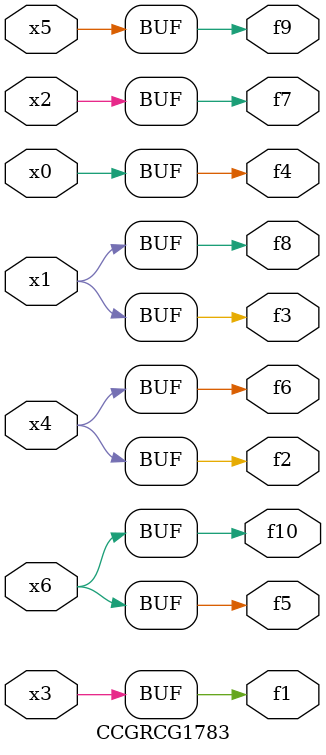
<source format=v>
module CCGRCG1783(
	input x0, x1, x2, x3, x4, x5, x6,
	output f1, f2, f3, f4, f5, f6, f7, f8, f9, f10
);
	assign f1 = x3;
	assign f2 = x4;
	assign f3 = x1;
	assign f4 = x0;
	assign f5 = x6;
	assign f6 = x4;
	assign f7 = x2;
	assign f8 = x1;
	assign f9 = x5;
	assign f10 = x6;
endmodule

</source>
